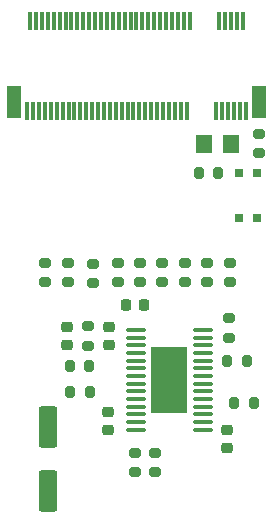
<source format=gbr>
%TF.GenerationSoftware,KiCad,Pcbnew,7.0.5*%
%TF.CreationDate,2023-09-25T01:54:48-05:00*%
%TF.ProjectId,Chimera_0005_Stepper,4368696d-6572-4615-9f30-3030355f5374,rev?*%
%TF.SameCoordinates,Original*%
%TF.FileFunction,Paste,Top*%
%TF.FilePolarity,Positive*%
%FSLAX46Y46*%
G04 Gerber Fmt 4.6, Leading zero omitted, Abs format (unit mm)*
G04 Created by KiCad (PCBNEW 7.0.5) date 2023-09-25 01:54:48*
%MOMM*%
%LPD*%
G01*
G04 APERTURE LIST*
G04 Aperture macros list*
%AMRoundRect*
0 Rectangle with rounded corners*
0 $1 Rounding radius*
0 $2 $3 $4 $5 $6 $7 $8 $9 X,Y pos of 4 corners*
0 Add a 4 corners polygon primitive as box body*
4,1,4,$2,$3,$4,$5,$6,$7,$8,$9,$2,$3,0*
0 Add four circle primitives for the rounded corners*
1,1,$1+$1,$2,$3*
1,1,$1+$1,$4,$5*
1,1,$1+$1,$6,$7*
1,1,$1+$1,$8,$9*
0 Add four rect primitives between the rounded corners*
20,1,$1+$1,$2,$3,$4,$5,0*
20,1,$1+$1,$4,$5,$6,$7,0*
20,1,$1+$1,$6,$7,$8,$9,0*
20,1,$1+$1,$8,$9,$2,$3,0*%
G04 Aperture macros list end*
%ADD10RoundRect,0.225000X-0.225000X-0.250000X0.225000X-0.250000X0.225000X0.250000X-0.225000X0.250000X0*%
%ADD11R,1.335001X1.500000*%
%ADD12RoundRect,0.200000X0.275000X-0.200000X0.275000X0.200000X-0.275000X0.200000X-0.275000X-0.200000X0*%
%ADD13RoundRect,0.200000X-0.200000X-0.275000X0.200000X-0.275000X0.200000X0.275000X-0.200000X0.275000X0*%
%ADD14O,1.731496X0.343002*%
%ADD15R,3.100000X5.600000*%
%ADD16RoundRect,0.200000X-0.275000X0.200000X-0.275000X-0.200000X0.275000X-0.200000X0.275000X0.200000X0*%
%ADD17R,0.300000X1.550013*%
%ADD18R,0.300000X1.524003*%
%ADD19R,1.300000X2.800000*%
%ADD20RoundRect,0.250000X-0.550000X1.500000X-0.550000X-1.500000X0.550000X-1.500000X0.550000X1.500000X0*%
%ADD21RoundRect,0.225000X-0.250000X0.225000X-0.250000X-0.225000X0.250000X-0.225000X0.250000X0.225000X0*%
%ADD22RoundRect,0.225000X0.250000X-0.225000X0.250000X0.225000X-0.250000X0.225000X-0.250000X-0.225000X0*%
%ADD23R,0.800000X0.800000*%
G04 APERTURE END LIST*
D10*
%TO.C,C6*%
X107825000Y-100560000D03*
X109375000Y-100560000D03*
%TD*%
D11*
%TO.C,F1*%
X116742494Y-86860000D03*
X114457506Y-86860000D03*
%TD*%
D12*
%TO.C,R17*%
X100987500Y-98585000D03*
X100987500Y-96935000D03*
%TD*%
%TO.C,R14*%
X116600000Y-98585000D03*
X116600000Y-96935000D03*
%TD*%
D13*
%TO.C,R5*%
X103100000Y-107900000D03*
X104750000Y-107900000D03*
%TD*%
D12*
%TO.C,R7*%
X116500000Y-103285000D03*
X116500000Y-101635000D03*
%TD*%
D14*
%TO.C,U1*%
X108634239Y-102634956D03*
X108634239Y-103284943D03*
X108634239Y-103934930D03*
X108634239Y-104584917D03*
X108634239Y-105234905D03*
X108634239Y-105884892D03*
X108634239Y-106535133D03*
X108634239Y-107185121D03*
X108634239Y-107835108D03*
X108634239Y-108485095D03*
X108634239Y-109135083D03*
X108634239Y-109785070D03*
X108634239Y-110435057D03*
X108634239Y-111085044D03*
X114365761Y-111085044D03*
X114365761Y-110435057D03*
X114365761Y-109785070D03*
X114365761Y-109135083D03*
X114365761Y-108485095D03*
X114365761Y-107835108D03*
X114365761Y-107185121D03*
X114365761Y-106535133D03*
X114365761Y-105884892D03*
X114365761Y-105234905D03*
X114365761Y-104584917D03*
X114365761Y-103934930D03*
X114365761Y-103284943D03*
X114365761Y-102634956D03*
D15*
X111499873Y-106860000D03*
%TD*%
D16*
%TO.C,R3*%
X104600000Y-102335000D03*
X104600000Y-103985000D03*
%TD*%
D17*
%TO.C,CN1*%
X117949836Y-84060029D03*
X117699900Y-76510117D03*
X117449964Y-84060029D03*
X117199773Y-76510117D03*
X116949836Y-84060029D03*
X116699900Y-76510117D03*
X116449964Y-84060029D03*
X116199773Y-76510117D03*
X115949836Y-84060029D03*
X115699900Y-76510117D03*
X115449964Y-84060029D03*
X113199773Y-76510117D03*
X112949836Y-84060029D03*
X112699900Y-76510117D03*
X112449964Y-84060029D03*
X112199773Y-76510117D03*
X111949836Y-84060029D03*
X111699900Y-76510117D03*
X111449964Y-84060029D03*
X111199773Y-76510117D03*
X110949836Y-84060029D03*
X110699900Y-76510117D03*
X110449964Y-84060029D03*
X110199773Y-76510117D03*
X109949836Y-84060029D03*
X109699900Y-76510117D03*
X109449964Y-84060029D03*
X109199773Y-76510117D03*
X108949836Y-84060029D03*
X108699900Y-76510117D03*
X108449964Y-84060029D03*
X108199773Y-76510117D03*
X107949836Y-84060029D03*
X107699900Y-76510371D03*
X107449964Y-84060029D03*
X107199773Y-76510371D03*
X106949836Y-84060029D03*
X106699900Y-76510371D03*
X106449964Y-84060029D03*
X106199773Y-76510371D03*
X105949836Y-84060029D03*
X105699900Y-76510371D03*
X105449964Y-84060029D03*
X105199773Y-76510371D03*
X104949836Y-84060029D03*
X104699900Y-76510371D03*
X104449964Y-84060029D03*
X104199773Y-76510371D03*
X103949836Y-84060029D03*
X103699900Y-76510371D03*
D18*
X103449964Y-84060283D03*
X103199773Y-76510371D03*
X102949836Y-84060283D03*
X102699900Y-76510371D03*
X102449964Y-84060283D03*
X102199773Y-76510371D03*
X101949836Y-84060283D03*
X101699900Y-76510371D03*
D17*
X101449964Y-84060029D03*
X101199773Y-76510371D03*
X100949836Y-84060029D03*
X100699900Y-76510371D03*
X100449964Y-84060029D03*
X100199773Y-76510371D03*
X99949836Y-84060029D03*
X99699900Y-76510371D03*
X99449964Y-84060029D03*
D19*
X98349887Y-83335111D03*
X119049913Y-83335111D03*
%TD*%
D16*
%TO.C,R1*%
X119050000Y-86010000D03*
X119050000Y-87660000D03*
%TD*%
D20*
%TO.C,C5*%
X101200000Y-110860000D03*
X101200000Y-116260000D03*
%TD*%
D13*
%TO.C,R2*%
X113975000Y-89360000D03*
X115625000Y-89360000D03*
%TD*%
D21*
%TO.C,C3*%
X106300000Y-109585000D03*
X106300000Y-111135000D03*
%TD*%
D12*
%TO.C,R18*%
X105000000Y-98685000D03*
X105000000Y-97035000D03*
%TD*%
D13*
%TO.C,R4*%
X103075000Y-105700000D03*
X104725000Y-105700000D03*
%TD*%
D16*
%TO.C,R13*%
X114700000Y-96935000D03*
X114700000Y-98585000D03*
%TD*%
D12*
%TO.C,R23*%
X112800000Y-98585000D03*
X112800000Y-96935000D03*
%TD*%
D16*
%TO.C,R10*%
X107100000Y-96935000D03*
X107100000Y-98585000D03*
%TD*%
D22*
%TO.C,C1*%
X106400000Y-103935000D03*
X106400000Y-102385000D03*
%TD*%
D13*
%TO.C,R11*%
X116375000Y-105260000D03*
X118025000Y-105260000D03*
%TD*%
D22*
%TO.C,C2*%
X102800000Y-103935000D03*
X102800000Y-102385000D03*
%TD*%
D16*
%TO.C,R9*%
X102887500Y-96935000D03*
X102887500Y-98585000D03*
%TD*%
%TO.C,R8*%
X108600000Y-113035000D03*
X108600000Y-114685000D03*
%TD*%
D23*
%TO.C,LED1*%
X118949467Y-89331571D03*
X117350533Y-89338429D03*
%TD*%
D12*
%TO.C,R19*%
X110900000Y-98585000D03*
X110900000Y-96935000D03*
%TD*%
D21*
%TO.C,C7*%
X116400000Y-111085000D03*
X116400000Y-112635000D03*
%TD*%
D16*
%TO.C,R6*%
X110300000Y-113035000D03*
X110300000Y-114685000D03*
%TD*%
D12*
%TO.C,R16*%
X109000000Y-98585000D03*
X109000000Y-96935000D03*
%TD*%
D13*
%TO.C,R12*%
X116975000Y-108800000D03*
X118625000Y-108800000D03*
%TD*%
D23*
%TO.C,LED2*%
X118949467Y-93131571D03*
X117350533Y-93138429D03*
%TD*%
M02*

</source>
